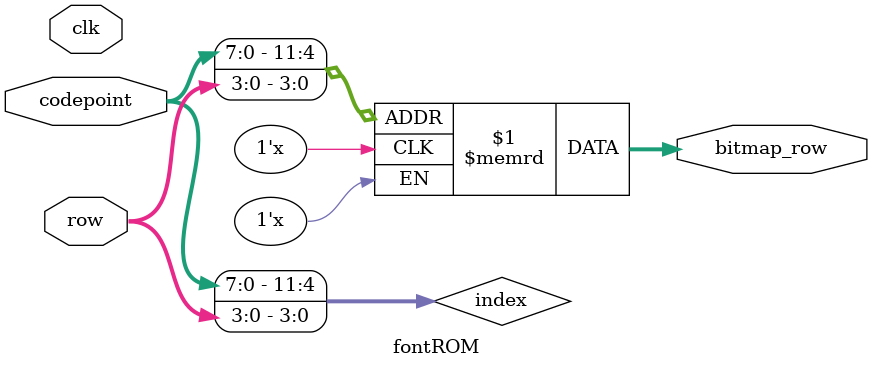
<source format=sv>
module fontROM #(
    parameter FONT_HEIGHT = 16,
    parameter FONT_WIDTH = 8,
    parameter N_CHARS = 256,
    parameter ROM_BINFILE = "",
    parameter ROM_HEXFILE = ""
) (
    // Character index (ASCII-ish)
    input [$clog2(N_CHARS)-1:0] codepoint,
    // Row in the character
    input [$clog2(FONT_HEIGHT)-1:0] row,

    // Read clock (ASYNC=0)
    input clk,
    // Output row of the character bitmap
    output reg [FONT_WIDTH-1:0] bitmap_row
);
    reg [FONT_WIDTH-1:0] ROM[(N_CHARS*FONT_HEIGHT)-1:0];

    initial begin
        // Load ROM contents
        if (ROM_BINFILE != "") $readmemb(ROM_BINFILE, ROM);
        if (ROM_HEXFILE != "") $readmemh(ROM_HEXFILE, ROM);
    end

    wire [$clog2(FONT_HEIGHT)+$clog2(N_CHARS)-1:0] index = {codepoint, row};

    assign bitmap_row = ROM[index];
endmodule

</source>
